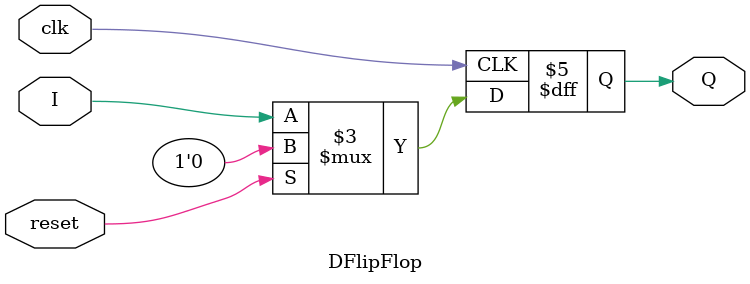
<source format=sv>
`timescale 1ns / 1ps

module DFlipFlop( input logic reset, input logic clk, input logic I, output logic Q);


	always_ff @ (posedge clk)

	if (reset) Q <= 0;
	else  Q <= I;
endmodule
</source>
